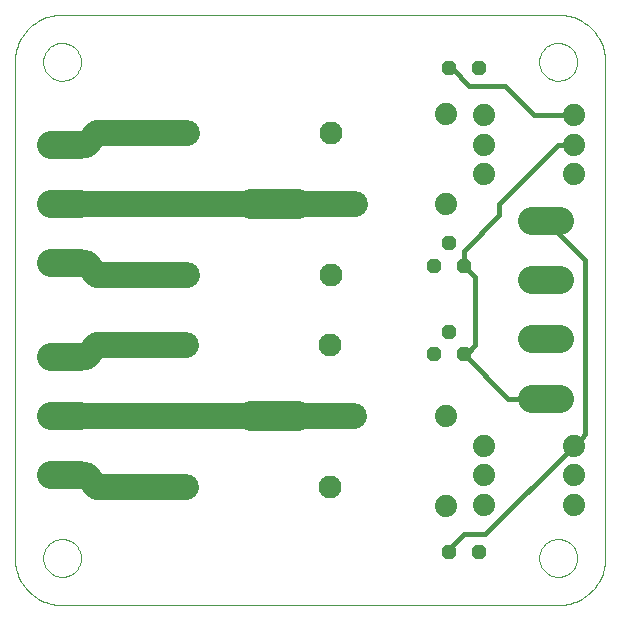
<source format=gbl>
G75*
G70*
%OFA0B0*%
%FSLAX24Y24*%
%IPPOS*%
%LPD*%
%AMOC8*
5,1,8,0,0,1.08239X$1,22.5*
%
%ADD10C,0.0740*%
%ADD11OC8,0.0480*%
%ADD12C,0.0768*%
%ADD13C,0.0000*%
%ADD14C,0.0937*%
%ADD15C,0.0160*%
%ADD16C,0.0860*%
%ADD17R,0.0356X0.0356*%
%ADD18C,0.1000*%
D10*
X019982Y006738D03*
X021238Y006762D03*
X021238Y007746D03*
X021238Y008731D03*
X019982Y009738D03*
X024238Y008731D03*
X024238Y007746D03*
X024238Y006762D03*
X019982Y016778D03*
X021238Y017786D03*
X021238Y018770D03*
X021238Y019754D03*
X019982Y019778D03*
X024238Y019754D03*
X024238Y018770D03*
X024238Y017786D03*
D11*
X020580Y014735D03*
X020080Y015485D03*
X019580Y014735D03*
X020080Y012532D03*
X019580Y011782D03*
X020580Y011782D03*
X021072Y005187D03*
X020072Y005187D03*
X020072Y021329D03*
X021072Y021329D03*
D12*
X016163Y019160D03*
X016950Y016798D03*
X016163Y014435D03*
X016124Y012077D03*
X016911Y009715D03*
X016124Y007353D03*
X011320Y007353D03*
X011320Y012077D03*
X011360Y014435D03*
X011360Y019160D03*
D13*
X005612Y021526D02*
X005612Y004990D01*
X006557Y004990D02*
X006559Y005040D01*
X006565Y005090D01*
X006575Y005139D01*
X006589Y005187D01*
X006606Y005234D01*
X006627Y005279D01*
X006652Y005323D01*
X006680Y005364D01*
X006712Y005403D01*
X006746Y005440D01*
X006783Y005474D01*
X006823Y005504D01*
X006865Y005531D01*
X006909Y005555D01*
X006955Y005576D01*
X007002Y005592D01*
X007050Y005605D01*
X007100Y005614D01*
X007149Y005619D01*
X007200Y005620D01*
X007250Y005617D01*
X007299Y005610D01*
X007348Y005599D01*
X007396Y005584D01*
X007442Y005566D01*
X007487Y005544D01*
X007530Y005518D01*
X007571Y005489D01*
X007610Y005457D01*
X007646Y005422D01*
X007678Y005384D01*
X007708Y005344D01*
X007735Y005301D01*
X007758Y005257D01*
X007777Y005211D01*
X007793Y005163D01*
X007805Y005114D01*
X007813Y005065D01*
X007817Y005015D01*
X007817Y004965D01*
X007813Y004915D01*
X007805Y004866D01*
X007793Y004817D01*
X007777Y004769D01*
X007758Y004723D01*
X007735Y004679D01*
X007708Y004636D01*
X007678Y004596D01*
X007646Y004558D01*
X007610Y004523D01*
X007571Y004491D01*
X007530Y004462D01*
X007487Y004436D01*
X007442Y004414D01*
X007396Y004396D01*
X007348Y004381D01*
X007299Y004370D01*
X007250Y004363D01*
X007200Y004360D01*
X007149Y004361D01*
X007100Y004366D01*
X007050Y004375D01*
X007002Y004388D01*
X006955Y004404D01*
X006909Y004425D01*
X006865Y004449D01*
X006823Y004476D01*
X006783Y004506D01*
X006746Y004540D01*
X006712Y004577D01*
X006680Y004616D01*
X006652Y004657D01*
X006627Y004701D01*
X006606Y004746D01*
X006589Y004793D01*
X006575Y004841D01*
X006565Y004890D01*
X006559Y004940D01*
X006557Y004990D01*
X005612Y004990D02*
X005614Y004913D01*
X005620Y004836D01*
X005629Y004759D01*
X005642Y004683D01*
X005659Y004607D01*
X005680Y004533D01*
X005704Y004459D01*
X005732Y004387D01*
X005763Y004317D01*
X005798Y004248D01*
X005836Y004180D01*
X005877Y004115D01*
X005922Y004052D01*
X005970Y003991D01*
X006020Y003932D01*
X006073Y003876D01*
X006129Y003823D01*
X006188Y003773D01*
X006249Y003725D01*
X006312Y003680D01*
X006377Y003639D01*
X006445Y003601D01*
X006514Y003566D01*
X006584Y003535D01*
X006656Y003507D01*
X006730Y003483D01*
X006804Y003462D01*
X006880Y003445D01*
X006956Y003432D01*
X007033Y003423D01*
X007110Y003417D01*
X007187Y003415D01*
X007187Y003416D02*
X023722Y003416D01*
X023092Y004990D02*
X023094Y005040D01*
X023100Y005090D01*
X023110Y005139D01*
X023124Y005187D01*
X023141Y005234D01*
X023162Y005279D01*
X023187Y005323D01*
X023215Y005364D01*
X023247Y005403D01*
X023281Y005440D01*
X023318Y005474D01*
X023358Y005504D01*
X023400Y005531D01*
X023444Y005555D01*
X023490Y005576D01*
X023537Y005592D01*
X023585Y005605D01*
X023635Y005614D01*
X023684Y005619D01*
X023735Y005620D01*
X023785Y005617D01*
X023834Y005610D01*
X023883Y005599D01*
X023931Y005584D01*
X023977Y005566D01*
X024022Y005544D01*
X024065Y005518D01*
X024106Y005489D01*
X024145Y005457D01*
X024181Y005422D01*
X024213Y005384D01*
X024243Y005344D01*
X024270Y005301D01*
X024293Y005257D01*
X024312Y005211D01*
X024328Y005163D01*
X024340Y005114D01*
X024348Y005065D01*
X024352Y005015D01*
X024352Y004965D01*
X024348Y004915D01*
X024340Y004866D01*
X024328Y004817D01*
X024312Y004769D01*
X024293Y004723D01*
X024270Y004679D01*
X024243Y004636D01*
X024213Y004596D01*
X024181Y004558D01*
X024145Y004523D01*
X024106Y004491D01*
X024065Y004462D01*
X024022Y004436D01*
X023977Y004414D01*
X023931Y004396D01*
X023883Y004381D01*
X023834Y004370D01*
X023785Y004363D01*
X023735Y004360D01*
X023684Y004361D01*
X023635Y004366D01*
X023585Y004375D01*
X023537Y004388D01*
X023490Y004404D01*
X023444Y004425D01*
X023400Y004449D01*
X023358Y004476D01*
X023318Y004506D01*
X023281Y004540D01*
X023247Y004577D01*
X023215Y004616D01*
X023187Y004657D01*
X023162Y004701D01*
X023141Y004746D01*
X023124Y004793D01*
X023110Y004841D01*
X023100Y004890D01*
X023094Y004940D01*
X023092Y004990D01*
X023722Y003415D02*
X023799Y003417D01*
X023876Y003423D01*
X023953Y003432D01*
X024029Y003445D01*
X024105Y003462D01*
X024179Y003483D01*
X024253Y003507D01*
X024325Y003535D01*
X024395Y003566D01*
X024464Y003601D01*
X024532Y003639D01*
X024597Y003680D01*
X024660Y003725D01*
X024721Y003773D01*
X024780Y003823D01*
X024836Y003876D01*
X024889Y003932D01*
X024939Y003991D01*
X024987Y004052D01*
X025032Y004115D01*
X025073Y004180D01*
X025111Y004248D01*
X025146Y004317D01*
X025177Y004387D01*
X025205Y004459D01*
X025229Y004533D01*
X025250Y004607D01*
X025267Y004683D01*
X025280Y004759D01*
X025289Y004836D01*
X025295Y004913D01*
X025297Y004990D01*
X025297Y021526D01*
X023092Y021526D02*
X023094Y021576D01*
X023100Y021626D01*
X023110Y021675D01*
X023124Y021723D01*
X023141Y021770D01*
X023162Y021815D01*
X023187Y021859D01*
X023215Y021900D01*
X023247Y021939D01*
X023281Y021976D01*
X023318Y022010D01*
X023358Y022040D01*
X023400Y022067D01*
X023444Y022091D01*
X023490Y022112D01*
X023537Y022128D01*
X023585Y022141D01*
X023635Y022150D01*
X023684Y022155D01*
X023735Y022156D01*
X023785Y022153D01*
X023834Y022146D01*
X023883Y022135D01*
X023931Y022120D01*
X023977Y022102D01*
X024022Y022080D01*
X024065Y022054D01*
X024106Y022025D01*
X024145Y021993D01*
X024181Y021958D01*
X024213Y021920D01*
X024243Y021880D01*
X024270Y021837D01*
X024293Y021793D01*
X024312Y021747D01*
X024328Y021699D01*
X024340Y021650D01*
X024348Y021601D01*
X024352Y021551D01*
X024352Y021501D01*
X024348Y021451D01*
X024340Y021402D01*
X024328Y021353D01*
X024312Y021305D01*
X024293Y021259D01*
X024270Y021215D01*
X024243Y021172D01*
X024213Y021132D01*
X024181Y021094D01*
X024145Y021059D01*
X024106Y021027D01*
X024065Y020998D01*
X024022Y020972D01*
X023977Y020950D01*
X023931Y020932D01*
X023883Y020917D01*
X023834Y020906D01*
X023785Y020899D01*
X023735Y020896D01*
X023684Y020897D01*
X023635Y020902D01*
X023585Y020911D01*
X023537Y020924D01*
X023490Y020940D01*
X023444Y020961D01*
X023400Y020985D01*
X023358Y021012D01*
X023318Y021042D01*
X023281Y021076D01*
X023247Y021113D01*
X023215Y021152D01*
X023187Y021193D01*
X023162Y021237D01*
X023141Y021282D01*
X023124Y021329D01*
X023110Y021377D01*
X023100Y021426D01*
X023094Y021476D01*
X023092Y021526D01*
X023722Y023101D02*
X023799Y023099D01*
X023876Y023093D01*
X023953Y023084D01*
X024029Y023071D01*
X024105Y023054D01*
X024179Y023033D01*
X024253Y023009D01*
X024325Y022981D01*
X024395Y022950D01*
X024464Y022915D01*
X024532Y022877D01*
X024597Y022836D01*
X024660Y022791D01*
X024721Y022743D01*
X024780Y022693D01*
X024836Y022640D01*
X024889Y022584D01*
X024939Y022525D01*
X024987Y022464D01*
X025032Y022401D01*
X025073Y022336D01*
X025111Y022268D01*
X025146Y022199D01*
X025177Y022129D01*
X025205Y022057D01*
X025229Y021983D01*
X025250Y021909D01*
X025267Y021833D01*
X025280Y021757D01*
X025289Y021680D01*
X025295Y021603D01*
X025297Y021526D01*
X023722Y023101D02*
X007187Y023101D01*
X006557Y021526D02*
X006559Y021576D01*
X006565Y021626D01*
X006575Y021675D01*
X006589Y021723D01*
X006606Y021770D01*
X006627Y021815D01*
X006652Y021859D01*
X006680Y021900D01*
X006712Y021939D01*
X006746Y021976D01*
X006783Y022010D01*
X006823Y022040D01*
X006865Y022067D01*
X006909Y022091D01*
X006955Y022112D01*
X007002Y022128D01*
X007050Y022141D01*
X007100Y022150D01*
X007149Y022155D01*
X007200Y022156D01*
X007250Y022153D01*
X007299Y022146D01*
X007348Y022135D01*
X007396Y022120D01*
X007442Y022102D01*
X007487Y022080D01*
X007530Y022054D01*
X007571Y022025D01*
X007610Y021993D01*
X007646Y021958D01*
X007678Y021920D01*
X007708Y021880D01*
X007735Y021837D01*
X007758Y021793D01*
X007777Y021747D01*
X007793Y021699D01*
X007805Y021650D01*
X007813Y021601D01*
X007817Y021551D01*
X007817Y021501D01*
X007813Y021451D01*
X007805Y021402D01*
X007793Y021353D01*
X007777Y021305D01*
X007758Y021259D01*
X007735Y021215D01*
X007708Y021172D01*
X007678Y021132D01*
X007646Y021094D01*
X007610Y021059D01*
X007571Y021027D01*
X007530Y020998D01*
X007487Y020972D01*
X007442Y020950D01*
X007396Y020932D01*
X007348Y020917D01*
X007299Y020906D01*
X007250Y020899D01*
X007200Y020896D01*
X007149Y020897D01*
X007100Y020902D01*
X007050Y020911D01*
X007002Y020924D01*
X006955Y020940D01*
X006909Y020961D01*
X006865Y020985D01*
X006823Y021012D01*
X006783Y021042D01*
X006746Y021076D01*
X006712Y021113D01*
X006680Y021152D01*
X006652Y021193D01*
X006627Y021237D01*
X006606Y021282D01*
X006589Y021329D01*
X006575Y021377D01*
X006565Y021426D01*
X006559Y021476D01*
X006557Y021526D01*
X005612Y021526D02*
X005614Y021603D01*
X005620Y021680D01*
X005629Y021757D01*
X005642Y021833D01*
X005659Y021909D01*
X005680Y021983D01*
X005704Y022057D01*
X005732Y022129D01*
X005763Y022199D01*
X005798Y022268D01*
X005836Y022336D01*
X005877Y022401D01*
X005922Y022464D01*
X005970Y022525D01*
X006020Y022584D01*
X006073Y022640D01*
X006129Y022693D01*
X006188Y022743D01*
X006249Y022791D01*
X006312Y022836D01*
X006377Y022877D01*
X006445Y022915D01*
X006514Y022950D01*
X006584Y022981D01*
X006656Y023009D01*
X006730Y023033D01*
X006804Y023054D01*
X006880Y023071D01*
X006956Y023084D01*
X007033Y023093D01*
X007110Y023099D01*
X007187Y023101D01*
D14*
X006836Y018770D02*
X007773Y018770D01*
X007773Y016801D02*
X006836Y016801D01*
X006836Y014833D02*
X007773Y014833D01*
X007773Y011683D02*
X006836Y011683D01*
X006836Y009715D02*
X007773Y009715D01*
X007773Y007746D02*
X006836Y007746D01*
X022840Y010305D02*
X023777Y010305D01*
X023777Y012274D02*
X022840Y012274D01*
X022840Y014242D02*
X023777Y014242D01*
X023777Y016211D02*
X022840Y016211D01*
D15*
X023309Y016211D02*
X024608Y014912D01*
X024608Y009124D01*
X024313Y008731D01*
X024238Y008731D01*
X021285Y005778D01*
X020572Y005778D01*
X020072Y005278D01*
X020072Y005187D01*
X022057Y010305D02*
X020580Y011782D01*
X020671Y011782D01*
X020966Y012077D01*
X020966Y014349D01*
X020580Y014735D01*
X020580Y015235D01*
X021754Y016408D01*
X021754Y016801D01*
X023722Y018770D01*
X024238Y018770D01*
X024238Y019754D02*
X022935Y019754D01*
X021950Y020738D01*
X020769Y020738D01*
X020179Y021329D01*
X020072Y021329D01*
X022057Y010305D02*
X023309Y010305D01*
D16*
X016911Y009715D02*
X015061Y009715D01*
X013486Y009715D02*
X007305Y009715D01*
X007305Y007746D02*
X007974Y007746D01*
X008368Y007353D01*
X009943Y007353D01*
X011320Y007353D01*
X007974Y011683D02*
X007305Y011683D01*
X007974Y011683D02*
X008368Y012077D01*
X009943Y012077D01*
X011320Y012077D01*
X011360Y014435D02*
X011356Y014439D01*
X009943Y014439D01*
X008368Y014439D01*
X007974Y014833D01*
X007305Y014833D01*
X007305Y016801D02*
X013486Y016801D01*
X015061Y016801D02*
X016946Y016801D01*
X016950Y016798D01*
X011360Y019160D02*
X011356Y019164D01*
X009943Y019164D01*
X008368Y019164D01*
X007974Y018770D01*
X007305Y018770D01*
D17*
X009943Y019164D03*
X013486Y016801D03*
X015061Y016801D03*
X009943Y014439D03*
X009943Y012077D03*
X013486Y009715D03*
X015061Y009715D03*
X009943Y007353D03*
D18*
X013486Y009715D02*
X015061Y009715D01*
X015061Y016801D02*
X013486Y016801D01*
M02*

</source>
